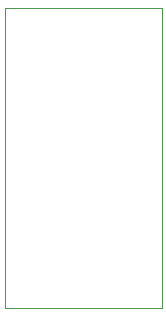
<source format=gbr>
%TF.GenerationSoftware,KiCad,Pcbnew,7.0.9*%
%TF.CreationDate,2024-04-23T21:06:01-07:00*%
%TF.ProjectId,U11-74LS138,5531312d-3734-44c5-9331-33382e6b6963,rev?*%
%TF.SameCoordinates,Original*%
%TF.FileFunction,Profile,NP*%
%FSLAX46Y46*%
G04 Gerber Fmt 4.6, Leading zero omitted, Abs format (unit mm)*
G04 Created by KiCad (PCBNEW 7.0.9) date 2024-04-23 21:06:01*
%MOMM*%
%LPD*%
G01*
G04 APERTURE LIST*
%TA.AperFunction,Profile*%
%ADD10C,0.100000*%
%TD*%
G04 APERTURE END LIST*
D10*
X159385000Y-85090000D02*
X146050000Y-85090000D01*
X159385000Y-110490000D02*
X159385000Y-85090000D01*
X146050000Y-110490000D02*
X159385000Y-110490000D01*
X146050000Y-85090000D02*
X146050000Y-110490000D01*
M02*

</source>
